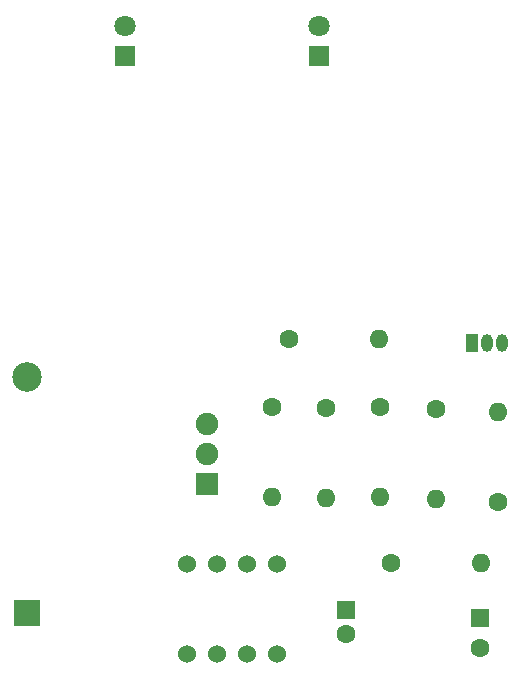
<source format=gbr>
%TF.GenerationSoftware,KiCad,Pcbnew,7.0.6*%
%TF.CreationDate,2024-05-29T23:10:09-05:00*%
%TF.ProjectId,My_kikad,4d795f6b-696b-4616-942e-6b696361645f,V01*%
%TF.SameCoordinates,Original*%
%TF.FileFunction,Soldermask,Bot*%
%TF.FilePolarity,Negative*%
%FSLAX46Y46*%
G04 Gerber Fmt 4.6, Leading zero omitted, Abs format (unit mm)*
G04 Created by KiCad (PCBNEW 7.0.6) date 2024-05-29 23:10:09*
%MOMM*%
%LPD*%
G01*
G04 APERTURE LIST*
%ADD10C,1.600000*%
%ADD11O,1.600000X1.600000*%
%ADD12R,1.800000X1.800000*%
%ADD13C,1.800000*%
%ADD14C,1.524000*%
%ADD15R,2.170000X2.170000*%
%ADD16C,2.500000*%
%ADD17R,1.600000X1.600000*%
%ADD18R,1.900000X1.900000*%
%ADD19C,1.900000*%
%ADD20R,1.000000X1.500000*%
%ADD21O,1.000000X1.500000*%
G04 APERTURE END LIST*
D10*
%TO.C,R2*%
X163700000Y-102990000D03*
D11*
X163700000Y-110610000D03*
%TD*%
D12*
%TO.C,D2*%
X163100000Y-73240000D03*
D13*
X163100000Y-70700000D03*
%TD*%
D10*
%TO.C,R3*%
X160600000Y-97200000D03*
D11*
X168220000Y-97200000D03*
%TD*%
D10*
%TO.C,R4*%
X178300000Y-111000000D03*
D11*
X178300000Y-103380000D03*
%TD*%
D14*
%TO.C,7555*%
X151960000Y-123820000D03*
X154500000Y-123820000D03*
X157040000Y-123820000D03*
X159580000Y-123820000D03*
X159580000Y-116200000D03*
X157040000Y-116200000D03*
X154500000Y-116200000D03*
X151960000Y-116200000D03*
%TD*%
D15*
%TO.C,BAT1*%
X138400000Y-120375700D03*
D16*
X138400000Y-100375700D03*
%TD*%
D10*
%TO.C,R7*%
X173000000Y-103100000D03*
D11*
X173000000Y-110720000D03*
%TD*%
D17*
%TO.C,C1*%
X165400000Y-120100000D03*
D10*
X165400000Y-122100000D03*
%TD*%
D18*
%TO.C,S1*%
X153600000Y-109400000D03*
D19*
X153600000Y-106900000D03*
X153600000Y-104400000D03*
%TD*%
D10*
%TO.C,R1*%
X159100000Y-102890000D03*
D11*
X159100000Y-110510000D03*
%TD*%
D10*
%TO.C,R5*%
X169200000Y-116100000D03*
D11*
X176820000Y-116100000D03*
%TD*%
D12*
%TO.C,D1*%
X146700000Y-73240000D03*
D13*
X146700000Y-70700000D03*
%TD*%
D17*
%TO.C,C2*%
X176700000Y-120800000D03*
D10*
X176700000Y-123300000D03*
%TD*%
D20*
%TO.C,Q1*%
X176060000Y-97500000D03*
D21*
X177330000Y-97500000D03*
X178600000Y-97500000D03*
%TD*%
D10*
%TO.C,R6*%
X168300000Y-102900000D03*
D11*
X168300000Y-110520000D03*
%TD*%
M02*

</source>
